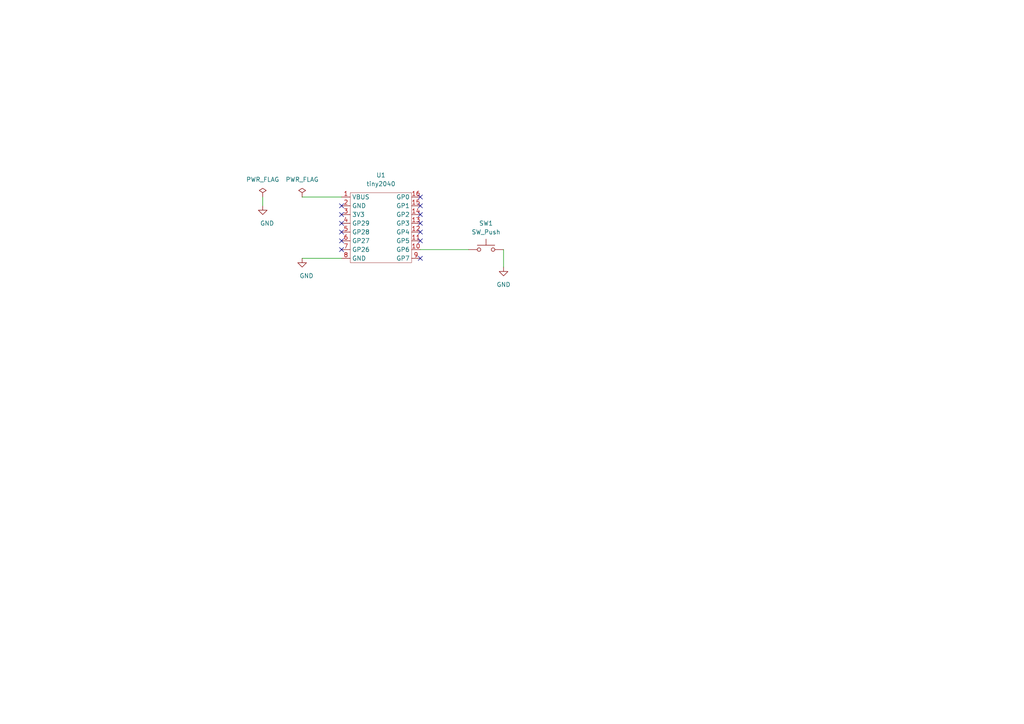
<source format=kicad_sch>
(kicad_sch (version 20211123) (generator eeschema)
  (paper "A4")
  (lib_symbols
    (symbol "Switch:SW_Push" (pin_numbers hide) (pin_names (offset 1.016) hide)
      (property "Reference" "SW" (at 1.27 2.54 0))
      (property "Value" "SW_Push" (at 0 -1.524 0))
      (symbol "SW_Push_0_1"
        (circle (center -2.032 0) (radius 0.508))
        (polyline (pts (xy 0 1.27) (xy 0 3.048)))
        (polyline (pts (xy 2.54 1.27) (xy -2.54 1.27)))
        (circle (center 2.032 0) (radius 0.508))
        (pin passive line (at -5.08 0 0) (length 2.54) (name "1") (number "1"))
        (pin passive line (at 5.08 0 180) (length 2.54) (name "2") (number "2"))
      )
    )
    (symbol "power:GND" (power) (pin_names (offset 0))
      (property "Value" "GND" (at 0 -3.81 0))
      (symbol "GND_0_1"
        (polyline (pts (xy 0 0) (xy 0 -1.27) (xy 1.27 -1.27) (xy 0 -2.54) (xy -1.27 -1.27) (xy 0 -1.27)))
      )
      (symbol "GND_1_1"
        (pin power_in line (at 0 0 270) (length 0) hide (name "GND") (number "1"))
      )
    )
    (symbol "power:PWR_FLAG" (power) (pin_numbers hide) (pin_names (offset 0) hide)
      (property "Value" "PWR_FLAG" (at 0 3.81 0))
      (symbol "PWR_FLAG_0_0"
        (pin power_out line (at 0 0 90) (length 0) (name "pwr") (number "1"))
      )
      (symbol "PWR_FLAG_0_1"
        (polyline (pts (xy 0 0) (xy 0 1.27) (xy -1.016 1.905) (xy 0 2.54) (xy 1.016 1.905) (xy 0 1.27)))
      )
    )
    (symbol "rp2040:tiny2040"
      (property "Reference" "U" (at 0 0 0))
      (property "Value" "tiny2040" (at 0 2.54 0))
      (symbol "tiny2040_0_1"
        (rectangle (start -8.89 -2.54) (end 8.89 -22.86) (stroke (width 0.0006)))
      )
      (symbol "tiny2040_1_1"
        (pin power_in line (at -11.43 -3.81 0) (length 2.54) (name "VBUS") (number "1"))
        (pin bidirectional line (at 11.43 -19.05 180) (length 2.54) (name "GP6") (number "10"))
        (pin bidirectional line (at 11.43 -16.51 180) (length 2.54) (name "GP5") (number "11"))
        (pin bidirectional line (at 11.43 -13.97 180) (length 2.54) (name "GP4") (number "12"))
        (pin bidirectional line (at 11.43 -11.43 180) (length 2.54) (name "GP3") (number "13"))
        (pin bidirectional line (at 11.43 -8.89 180) (length 2.54) (name "GP2") (number "14"))
        (pin bidirectional line (at 11.43 -6.35 180) (length 2.54) (name "GP1") (number "15"))
        (pin bidirectional line (at 11.43 -3.81 180) (length 2.54) (name "GP0") (number "16"))
        (pin power_in line (at -11.43 -6.35 0) (length 2.54) (name "GND") (number "2"))
        (pin power_in line (at -11.43 -8.89 0) (length 2.54) (name "3V3") (number "3"))
        (pin bidirectional line (at -11.43 -11.43 0) (length 2.54) (name "GP29") (number "4"))
        (pin bidirectional line (at -11.43 -13.97 0) (length 2.54) (name "GP28") (number "5"))
        (pin bidirectional line (at -11.43 -16.51 0) (length 2.54) (name "GP27") (number "6"))
        (pin bidirectional line (at -11.43 -19.05 0) (length 2.54) (name "GP26") (number "7"))
        (pin power_in line (at -11.43 -21.59 0) (length 2.54) (name "GND") (number "8"))
        (pin bidirectional line (at 11.43 -21.59 180) (length 2.54) (name "GP7") (number "9"))
      )
    )
  )
  (no_connect (at 99.06 62.23))
  (no_connect (at 99.06 59.69))
  (no_connect (at 99.06 64.77))
  (no_connect (at 99.06 67.31))
  (no_connect (at 99.06 69.85))
  (no_connect (at 99.06 72.39))
  (no_connect (at 121.92 57.15))
  (no_connect (at 121.92 59.69))
  (no_connect (at 121.92 62.23))
  (no_connect (at 121.92 64.77))
  (no_connect (at 121.92 67.31))
  (no_connect (at 121.92 69.85))
  (no_connect (at 121.92 74.93))
  (wire (pts (xy 121.92 72.39) (xy 135.89 72.39)))
  (wire (pts (xy 146.05 72.39) (xy 146.05 77.47)))
  (wire (pts (xy 87.63 57.15) (xy 99.06 57.15)))
  (wire (pts (xy 87.63 74.93) (xy 99.06 74.93)))
  (wire (pts (xy 76.2 57.15) (xy 76.2 59.69)))
  (symbol (lib_id "power:GND") (at 76.2 59.69 0) (unit 1)
    (property "Reference" "#PWR0105" (effects hide))
    (property "Value" "GND" (at 77.47 64.77 0))
  )
  (symbol (lib_id "power:GND") (at 87.63 74.93 0) (unit 1)
    (property "Reference" "#PWR0104" (effects hide))
    (property "Value" "GND" (at 88.9 80.01 0))
  )
  (symbol (lib_id "Switch:SW_Push") (at 140.97 72.39 0) (unit 1)
    (property "Reference" "SW1" (at 140.97 64.77 0))
    (property "Value" "SW_Push" (at 140.97 67.31 0))
    (property "Footprint" "Library:SW_PG1350" (effects hide))
  )
  (symbol (lib_id "rp2040:tiny2040") (at 110.49 53.34 0) (unit 1)
    (property "Reference" "U1" (at 110.49 50.8 0))
    (property "Value" "tiny2040" (at 110.49 53.34 0))
    (property "Footprint" "rp2040:tiny2040_wo_debug" (effects hide))
  )
  (symbol (lib_id "power:PWR_FLAG") (at 76.2 57.15 0) (unit 1)
    (property "Reference" "#FLG0102" (effects hide))
    (property "Value" "PWR_FLAG" (at 76.2 52.07 0))
  )
  (symbol (lib_id "power:GND") (at 146.05 77.47 0) (unit 1)
    (property "Reference" "#PWR0102" (effects hide))
    (property "Value" "GND" (at 146.05 82.55 0))
  )
  (symbol (lib_id "power:PWR_FLAG") (at 87.63 57.15 0) (unit 1)
    (property "Reference" "#FLG0101" (effects hide))
    (property "Value" "PWR_FLAG" (at 87.63 52.07 0))
  )
)
</source>
